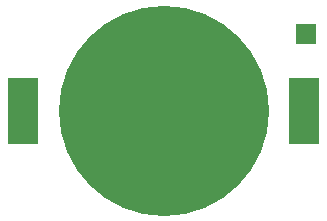
<source format=gbr>
G04 #@! TF.GenerationSoftware,KiCad,Pcbnew,5.1.5+dfsg1-2build2*
G04 #@! TF.CreationDate,2022-05-19T13:50:51+01:00*
G04 #@! TF.ProjectId,rampack-battery-1,72616d70-6163-46b2-9d62-617474657279,rev?*
G04 #@! TF.SameCoordinates,Original*
G04 #@! TF.FileFunction,Copper,L1,Top*
G04 #@! TF.FilePolarity,Positive*
%FSLAX46Y46*%
G04 Gerber Fmt 4.6, Leading zero omitted, Abs format (unit mm)*
G04 Created by KiCad (PCBNEW 5.1.5+dfsg1-2build2) date 2022-05-19 13:50:51*
%MOMM*%
%LPD*%
G04 APERTURE LIST*
%ADD10R,2.600000X5.560000*%
%ADD11C,17.800000*%
%ADD12R,1.700000X1.700000*%
G04 APERTURE END LIST*
D10*
X-19905000Y18000000D03*
X3905000Y18000000D03*
D11*
X-8000000Y18000000D03*
D12*
X-4500000Y17500000D03*
X4000000Y24500000D03*
M02*

</source>
